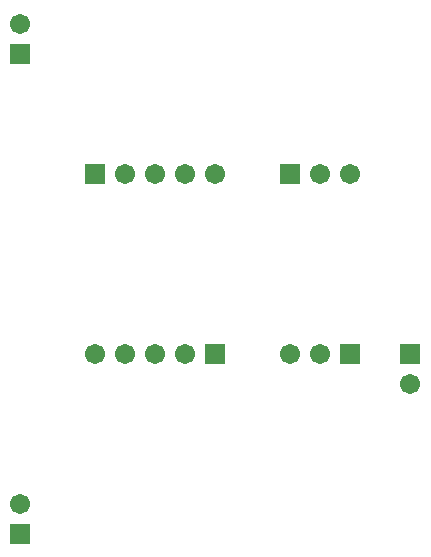
<source format=gbl>
G04 MADE WITH FRITZING*
G04 WWW.FRITZING.ORG*
G04 DOUBLE SIDED*
G04 HOLES PLATED*
G04 CONTOUR ON CENTER OF CONTOUR VECTOR*
%ASAXBY*%
%FSLAX23Y23*%
%MOIN*%
%OFA0B0*%
%SFA1.0B1.0*%
%ADD10C,0.067559*%
%ADD11R,0.067559X0.067559*%
%LNCOPPER0*%
G90*
G70*
G54D10*
X1544Y821D03*
X1544Y721D03*
X1144Y1421D03*
X1244Y1421D03*
X1344Y1421D03*
X494Y1421D03*
X594Y1421D03*
X694Y1421D03*
X794Y1421D03*
X894Y1421D03*
X894Y821D03*
X794Y821D03*
X694Y821D03*
X594Y821D03*
X494Y821D03*
X1344Y821D03*
X1244Y821D03*
X1144Y821D03*
X244Y1821D03*
X244Y1921D03*
X244Y221D03*
X244Y321D03*
G54D11*
X1544Y821D03*
X1144Y1421D03*
X494Y1421D03*
X894Y821D03*
X1344Y821D03*
X244Y1821D03*
X244Y221D03*
G04 End of Copper0*
M02*
</source>
